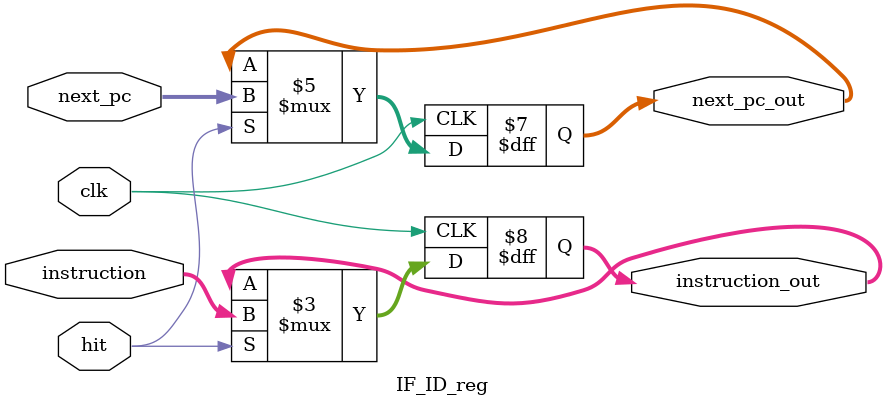
<source format=v>
`timescale 1ns / 1ps

module IF_ID_reg (
	input clk,
	input [31:0] next_pc,
	input [31:0] instruction,
	input hit,
	output reg [31:0] next_pc_out,
	output reg [31:0] instruction_out
   );
	
	always @(negedge clk) begin
		if (hit == 1'b1) begin
			next_pc_out <= next_pc;
			instruction_out <= instruction;
		end
	end
	
endmodule

</source>
